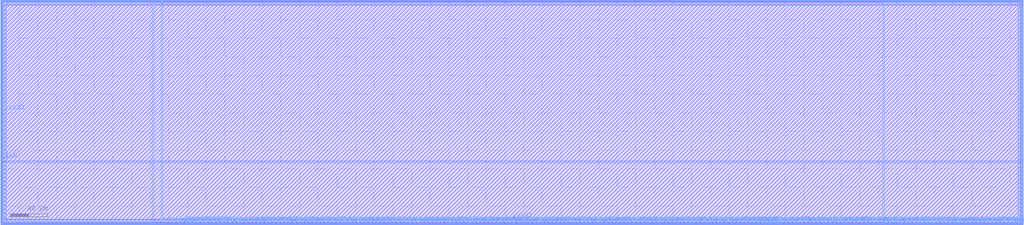
<source format=lef>
VERSION 5.4 ;
NAMESCASESENSITIVE ON ;
BUSBITCHARS "[]" ;
DIVIDERCHAR "/" ;

MACRO sky130_sram_1r1w0rw_156x32
   CLASS BLOCK ;
   SIZE 1094.88 BY 241.425 ;
   SYMMETRY X Y R90 ;
   PIN din0[0]
      DIRECTION INPUT ;
      PORT
         LAYER met4 ;
         RECT  172.26 0.0 172.64 0.38 ;
      END
   END din0[0]
   PIN din0[1]
      DIRECTION INPUT ;
      PORT
         LAYER met4 ;
         RECT  178.1 0.0 178.48 0.38 ;
      END
   END din0[1]
   PIN din0[2]
      DIRECTION INPUT ;
      PORT
         LAYER met4 ;
         RECT  183.94 0.0 184.32 0.38 ;
      END
   END din0[2]
   PIN din0[3]
      DIRECTION INPUT ;
      PORT
         LAYER met4 ;
         RECT  189.78 0.0 190.16 0.38 ;
      END
   END din0[3]
   PIN din0[4]
      DIRECTION INPUT ;
      PORT
         LAYER met4 ;
         RECT  195.62 0.0 196.0 0.38 ;
      END
   END din0[4]
   PIN din0[5]
      DIRECTION INPUT ;
      PORT
         LAYER met4 ;
         RECT  201.46 0.0 201.84 0.38 ;
      END
   END din0[5]
   PIN din0[6]
      DIRECTION INPUT ;
      PORT
         LAYER met4 ;
         RECT  207.3 0.0 207.68 0.38 ;
      END
   END din0[6]
   PIN din0[7]
      DIRECTION INPUT ;
      PORT
         LAYER met4 ;
         RECT  213.14 0.0 213.52 0.38 ;
      END
   END din0[7]
   PIN din0[8]
      DIRECTION INPUT ;
      PORT
         LAYER met4 ;
         RECT  218.98 0.0 219.36 0.38 ;
      END
   END din0[8]
   PIN din0[9]
      DIRECTION INPUT ;
      PORT
         LAYER met4 ;
         RECT  224.82 0.0 225.2 0.38 ;
      END
   END din0[9]
   PIN din0[10]
      DIRECTION INPUT ;
      PORT
         LAYER met4 ;
         RECT  230.66 0.0 231.04 0.38 ;
      END
   END din0[10]
   PIN din0[11]
      DIRECTION INPUT ;
      PORT
         LAYER met4 ;
         RECT  236.5 0.0 236.88 0.38 ;
      END
   END din0[11]
   PIN din0[12]
      DIRECTION INPUT ;
      PORT
         LAYER met4 ;
         RECT  242.34 0.0 242.72 0.38 ;
      END
   END din0[12]
   PIN din0[13]
      DIRECTION INPUT ;
      PORT
         LAYER met4 ;
         RECT  248.18 0.0 248.56 0.38 ;
      END
   END din0[13]
   PIN din0[14]
      DIRECTION INPUT ;
      PORT
         LAYER met4 ;
         RECT  254.02 0.0 254.4 0.38 ;
      END
   END din0[14]
   PIN din0[15]
      DIRECTION INPUT ;
      PORT
         LAYER met4 ;
         RECT  259.86 0.0 260.24 0.38 ;
      END
   END din0[15]
   PIN din0[16]
      DIRECTION INPUT ;
      PORT
         LAYER met4 ;
         RECT  265.7 0.0 266.08 0.38 ;
      END
   END din0[16]
   PIN din0[17]
      DIRECTION INPUT ;
      PORT
         LAYER met4 ;
         RECT  271.54 0.0 271.92 0.38 ;
      END
   END din0[17]
   PIN din0[18]
      DIRECTION INPUT ;
      PORT
         LAYER met4 ;
         RECT  277.38 0.0 277.76 0.38 ;
      END
   END din0[18]
   PIN din0[19]
      DIRECTION INPUT ;
      PORT
         LAYER met4 ;
         RECT  283.22 0.0 283.6 0.38 ;
      END
   END din0[19]
   PIN din0[20]
      DIRECTION INPUT ;
      PORT
         LAYER met4 ;
         RECT  289.06 0.0 289.44 0.38 ;
      END
   END din0[20]
   PIN din0[21]
      DIRECTION INPUT ;
      PORT
         LAYER met4 ;
         RECT  294.9 0.0 295.28 0.38 ;
      END
   END din0[21]
   PIN din0[22]
      DIRECTION INPUT ;
      PORT
         LAYER met4 ;
         RECT  300.74 0.0 301.12 0.38 ;
      END
   END din0[22]
   PIN din0[23]
      DIRECTION INPUT ;
      PORT
         LAYER met4 ;
         RECT  306.58 0.0 306.96 0.38 ;
      END
   END din0[23]
   PIN din0[24]
      DIRECTION INPUT ;
      PORT
         LAYER met4 ;
         RECT  312.42 0.0 312.8 0.38 ;
      END
   END din0[24]
   PIN din0[25]
      DIRECTION INPUT ;
      PORT
         LAYER met4 ;
         RECT  318.26 0.0 318.64 0.38 ;
      END
   END din0[25]
   PIN din0[26]
      DIRECTION INPUT ;
      PORT
         LAYER met4 ;
         RECT  324.1 0.0 324.48 0.38 ;
      END
   END din0[26]
   PIN din0[27]
      DIRECTION INPUT ;
      PORT
         LAYER met4 ;
         RECT  329.94 0.0 330.32 0.38 ;
      END
   END din0[27]
   PIN din0[28]
      DIRECTION INPUT ;
      PORT
         LAYER met4 ;
         RECT  335.78 0.0 336.16 0.38 ;
      END
   END din0[28]
   PIN din0[29]
      DIRECTION INPUT ;
      PORT
         LAYER met4 ;
         RECT  341.62 0.0 342.0 0.38 ;
      END
   END din0[29]
   PIN din0[30]
      DIRECTION INPUT ;
      PORT
         LAYER met4 ;
         RECT  347.46 0.0 347.84 0.38 ;
      END
   END din0[30]
   PIN din0[31]
      DIRECTION INPUT ;
      PORT
         LAYER met4 ;
         RECT  353.3 0.0 353.68 0.38 ;
      END
   END din0[31]
   PIN din0[32]
      DIRECTION INPUT ;
      PORT
         LAYER met4 ;
         RECT  359.14 0.0 359.52 0.38 ;
      END
   END din0[32]
   PIN din0[33]
      DIRECTION INPUT ;
      PORT
         LAYER met4 ;
         RECT  364.98 0.0 365.36 0.38 ;
      END
   END din0[33]
   PIN din0[34]
      DIRECTION INPUT ;
      PORT
         LAYER met4 ;
         RECT  370.82 0.0 371.2 0.38 ;
      END
   END din0[34]
   PIN din0[35]
      DIRECTION INPUT ;
      PORT
         LAYER met4 ;
         RECT  376.66 0.0 377.04 0.38 ;
      END
   END din0[35]
   PIN din0[36]
      DIRECTION INPUT ;
      PORT
         LAYER met4 ;
         RECT  382.5 0.0 382.88 0.38 ;
      END
   END din0[36]
   PIN din0[37]
      DIRECTION INPUT ;
      PORT
         LAYER met4 ;
         RECT  388.34 0.0 388.72 0.38 ;
      END
   END din0[37]
   PIN din0[38]
      DIRECTION INPUT ;
      PORT
         LAYER met4 ;
         RECT  394.18 0.0 394.56 0.38 ;
      END
   END din0[38]
   PIN din0[39]
      DIRECTION INPUT ;
      PORT
         LAYER met4 ;
         RECT  400.02 0.0 400.4 0.38 ;
      END
   END din0[39]
   PIN din0[40]
      DIRECTION INPUT ;
      PORT
         LAYER met4 ;
         RECT  405.86 0.0 406.24 0.38 ;
      END
   END din0[40]
   PIN din0[41]
      DIRECTION INPUT ;
      PORT
         LAYER met4 ;
         RECT  411.7 0.0 412.08 0.38 ;
      END
   END din0[41]
   PIN din0[42]
      DIRECTION INPUT ;
      PORT
         LAYER met4 ;
         RECT  417.54 0.0 417.92 0.38 ;
      END
   END din0[42]
   PIN din0[43]
      DIRECTION INPUT ;
      PORT
         LAYER met4 ;
         RECT  423.38 0.0 423.76 0.38 ;
      END
   END din0[43]
   PIN din0[44]
      DIRECTION INPUT ;
      PORT
         LAYER met4 ;
         RECT  429.22 0.0 429.6 0.38 ;
      END
   END din0[44]
   PIN din0[45]
      DIRECTION INPUT ;
      PORT
         LAYER met4 ;
         RECT  435.06 0.0 435.44 0.38 ;
      END
   END din0[45]
   PIN din0[46]
      DIRECTION INPUT ;
      PORT
         LAYER met4 ;
         RECT  440.9 0.0 441.28 0.38 ;
      END
   END din0[46]
   PIN din0[47]
      DIRECTION INPUT ;
      PORT
         LAYER met4 ;
         RECT  446.74 0.0 447.12 0.38 ;
      END
   END din0[47]
   PIN din0[48]
      DIRECTION INPUT ;
      PORT
         LAYER met4 ;
         RECT  452.58 0.0 452.96 0.38 ;
      END
   END din0[48]
   PIN din0[49]
      DIRECTION INPUT ;
      PORT
         LAYER met4 ;
         RECT  458.42 0.0 458.8 0.38 ;
      END
   END din0[49]
   PIN din0[50]
      DIRECTION INPUT ;
      PORT
         LAYER met4 ;
         RECT  464.26 0.0 464.64 0.38 ;
      END
   END din0[50]
   PIN din0[51]
      DIRECTION INPUT ;
      PORT
         LAYER met4 ;
         RECT  470.1 0.0 470.48 0.38 ;
      END
   END din0[51]
   PIN din0[52]
      DIRECTION INPUT ;
      PORT
         LAYER met4 ;
         RECT  475.94 0.0 476.32 0.38 ;
      END
   END din0[52]
   PIN din0[53]
      DIRECTION INPUT ;
      PORT
         LAYER met4 ;
         RECT  481.78 0.0 482.16 0.38 ;
      END
   END din0[53]
   PIN din0[54]
      DIRECTION INPUT ;
      PORT
         LAYER met4 ;
         RECT  487.62 0.0 488.0 0.38 ;
      END
   END din0[54]
   PIN din0[55]
      DIRECTION INPUT ;
      PORT
         LAYER met4 ;
         RECT  493.46 0.0 493.84 0.38 ;
      END
   END din0[55]
   PIN din0[56]
      DIRECTION INPUT ;
      PORT
         LAYER met4 ;
         RECT  499.3 0.0 499.68 0.38 ;
      END
   END din0[56]
   PIN din0[57]
      DIRECTION INPUT ;
      PORT
         LAYER met4 ;
         RECT  505.14 0.0 505.52 0.38 ;
      END
   END din0[57]
   PIN din0[58]
      DIRECTION INPUT ;
      PORT
         LAYER met4 ;
         RECT  510.98 0.0 511.36 0.38 ;
      END
   END din0[58]
   PIN din0[59]
      DIRECTION INPUT ;
      PORT
         LAYER met4 ;
         RECT  516.82 0.0 517.2 0.38 ;
      END
   END din0[59]
   PIN din0[60]
      DIRECTION INPUT ;
      PORT
         LAYER met4 ;
         RECT  522.66 0.0 523.04 0.38 ;
      END
   END din0[60]
   PIN din0[61]
      DIRECTION INPUT ;
      PORT
         LAYER met4 ;
         RECT  528.5 0.0 528.88 0.38 ;
      END
   END din0[61]
   PIN din0[62]
      DIRECTION INPUT ;
      PORT
         LAYER met4 ;
         RECT  534.34 0.0 534.72 0.38 ;
      END
   END din0[62]
   PIN din0[63]
      DIRECTION INPUT ;
      PORT
         LAYER met4 ;
         RECT  540.18 0.0 540.56 0.38 ;
      END
   END din0[63]
   PIN din0[64]
      DIRECTION INPUT ;
      PORT
         LAYER met4 ;
         RECT  546.02 0.0 546.4 0.38 ;
      END
   END din0[64]
   PIN din0[65]
      DIRECTION INPUT ;
      PORT
         LAYER met4 ;
         RECT  551.86 0.0 552.24 0.38 ;
      END
   END din0[65]
   PIN din0[66]
      DIRECTION INPUT ;
      PORT
         LAYER met4 ;
         RECT  557.7 0.0 558.08 0.38 ;
      END
   END din0[66]
   PIN din0[67]
      DIRECTION INPUT ;
      PORT
         LAYER met4 ;
         RECT  563.54 0.0 563.92 0.38 ;
      END
   END din0[67]
   PIN din0[68]
      DIRECTION INPUT ;
      PORT
         LAYER met4 ;
         RECT  569.38 0.0 569.76 0.38 ;
      END
   END din0[68]
   PIN din0[69]
      DIRECTION INPUT ;
      PORT
         LAYER met4 ;
         RECT  575.22 0.0 575.6 0.38 ;
      END
   END din0[69]
   PIN din0[70]
      DIRECTION INPUT ;
      PORT
         LAYER met4 ;
         RECT  581.06 0.0 581.44 0.38 ;
      END
   END din0[70]
   PIN din0[71]
      DIRECTION INPUT ;
      PORT
         LAYER met4 ;
         RECT  586.9 0.0 587.28 0.38 ;
      END
   END din0[71]
   PIN din0[72]
      DIRECTION INPUT ;
      PORT
         LAYER met4 ;
         RECT  592.74 0.0 593.12 0.38 ;
      END
   END din0[72]
   PIN din0[73]
      DIRECTION INPUT ;
      PORT
         LAYER met4 ;
         RECT  598.58 0.0 598.96 0.38 ;
      END
   END din0[73]
   PIN din0[74]
      DIRECTION INPUT ;
      PORT
         LAYER met4 ;
         RECT  604.42 0.0 604.8 0.38 ;
      END
   END din0[74]
   PIN din0[75]
      DIRECTION INPUT ;
      PORT
         LAYER met4 ;
         RECT  610.26 0.0 610.64 0.38 ;
      END
   END din0[75]
   PIN din0[76]
      DIRECTION INPUT ;
      PORT
         LAYER met4 ;
         RECT  616.1 0.0 616.48 0.38 ;
      END
   END din0[76]
   PIN din0[77]
      DIRECTION INPUT ;
      PORT
         LAYER met4 ;
         RECT  621.94 0.0 622.32 0.38 ;
      END
   END din0[77]
   PIN din0[78]
      DIRECTION INPUT ;
      PORT
         LAYER met4 ;
         RECT  627.78 0.0 628.16 0.38 ;
      END
   END din0[78]
   PIN din0[79]
      DIRECTION INPUT ;
      PORT
         LAYER met4 ;
         RECT  633.62 0.0 634.0 0.38 ;
      END
   END din0[79]
   PIN din0[80]
      DIRECTION INPUT ;
      PORT
         LAYER met4 ;
         RECT  639.46 0.0 639.84 0.38 ;
      END
   END din0[80]
   PIN din0[81]
      DIRECTION INPUT ;
      PORT
         LAYER met4 ;
         RECT  645.3 0.0 645.68 0.38 ;
      END
   END din0[81]
   PIN din0[82]
      DIRECTION INPUT ;
      PORT
         LAYER met4 ;
         RECT  651.14 0.0 651.52 0.38 ;
      END
   END din0[82]
   PIN din0[83]
      DIRECTION INPUT ;
      PORT
         LAYER met4 ;
         RECT  656.98 0.0 657.36 0.38 ;
      END
   END din0[83]
   PIN din0[84]
      DIRECTION INPUT ;
      PORT
         LAYER met4 ;
         RECT  662.82 0.0 663.2 0.38 ;
      END
   END din0[84]
   PIN din0[85]
      DIRECTION INPUT ;
      PORT
         LAYER met4 ;
         RECT  668.66 0.0 669.04 0.38 ;
      END
   END din0[85]
   PIN din0[86]
      DIRECTION INPUT ;
      PORT
         LAYER met4 ;
         RECT  674.5 0.0 674.88 0.38 ;
      END
   END din0[86]
   PIN din0[87]
      DIRECTION INPUT ;
      PORT
         LAYER met4 ;
         RECT  680.34 0.0 680.72 0.38 ;
      END
   END din0[87]
   PIN din0[88]
      DIRECTION INPUT ;
      PORT
         LAYER met4 ;
         RECT  686.18 0.0 686.56 0.38 ;
      END
   END din0[88]
   PIN din0[89]
      DIRECTION INPUT ;
      PORT
         LAYER met4 ;
         RECT  692.02 0.0 692.4 0.38 ;
      END
   END din0[89]
   PIN din0[90]
      DIRECTION INPUT ;
      PORT
         LAYER met4 ;
         RECT  697.86 0.0 698.24 0.38 ;
      END
   END din0[90]
   PIN din0[91]
      DIRECTION INPUT ;
      PORT
         LAYER met4 ;
         RECT  703.7 0.0 704.08 0.38 ;
      END
   END din0[91]
   PIN din0[92]
      DIRECTION INPUT ;
      PORT
         LAYER met4 ;
         RECT  709.54 0.0 709.92 0.38 ;
      END
   END din0[92]
   PIN din0[93]
      DIRECTION INPUT ;
      PORT
         LAYER met4 ;
         RECT  715.38 0.0 715.76 0.38 ;
      END
   END din0[93]
   PIN din0[94]
      DIRECTION INPUT ;
      PORT
         LAYER met4 ;
         RECT  721.22 0.0 721.6 0.38 ;
      END
   END din0[94]
   PIN din0[95]
      DIRECTION INPUT ;
      PORT
         LAYER met4 ;
         RECT  727.06 0.0 727.44 0.38 ;
      END
   END din0[95]
   PIN din0[96]
      DIRECTION INPUT ;
      PORT
         LAYER met4 ;
         RECT  732.9 0.0 733.28 0.38 ;
      END
   END din0[96]
   PIN din0[97]
      DIRECTION INPUT ;
      PORT
         LAYER met4 ;
         RECT  738.74 0.0 739.12 0.38 ;
      END
   END din0[97]
   PIN din0[98]
      DIRECTION INPUT ;
      PORT
         LAYER met4 ;
         RECT  744.58 0.0 744.96 0.38 ;
      END
   END din0[98]
   PIN din0[99]
      DIRECTION INPUT ;
      PORT
         LAYER met4 ;
         RECT  750.42 0.0 750.8 0.38 ;
      END
   END din0[99]
   PIN din0[100]
      DIRECTION INPUT ;
      PORT
         LAYER met4 ;
         RECT  756.26 0.0 756.64 0.38 ;
      END
   END din0[100]
   PIN din0[101]
      DIRECTION INPUT ;
      PORT
         LAYER met4 ;
         RECT  762.1 0.0 762.48 0.38 ;
      END
   END din0[101]
   PIN din0[102]
      DIRECTION INPUT ;
      PORT
         LAYER met4 ;
         RECT  767.94 0.0 768.32 0.38 ;
      END
   END din0[102]
   PIN din0[103]
      DIRECTION INPUT ;
      PORT
         LAYER met4 ;
         RECT  773.78 0.0 774.16 0.38 ;
      END
   END din0[103]
   PIN din0[104]
      DIRECTION INPUT ;
      PORT
         LAYER met4 ;
         RECT  779.62 0.0 780.0 0.38 ;
      END
   END din0[104]
   PIN din0[105]
      DIRECTION INPUT ;
      PORT
         LAYER met4 ;
         RECT  785.46 0.0 785.84 0.38 ;
      END
   END din0[105]
   PIN din0[106]
      DIRECTION INPUT ;
      PORT
         LAYER met4 ;
         RECT  791.3 0.0 791.68 0.38 ;
      END
   END din0[106]
   PIN din0[107]
      DIRECTION INPUT ;
      PORT
         LAYER met4 ;
         RECT  797.14 0.0 797.52 0.38 ;
      END
   END din0[107]
   PIN din0[108]
      DIRECTION INPUT ;
      PORT
         LAYER met4 ;
         RECT  802.98 0.0 803.36 0.38 ;
      END
   END din0[108]
   PIN din0[109]
      DIRECTION INPUT ;
      PORT
         LAYER met4 ;
         RECT  808.82 0.0 809.2 0.38 ;
      END
   END din0[109]
   PIN din0[110]
      DIRECTION INPUT ;
      PORT
         LAYER met4 ;
         RECT  814.66 0.0 815.04 0.38 ;
      END
   END din0[110]
   PIN din0[111]
      DIRECTION INPUT ;
      PORT
         LAYER met4 ;
         RECT  820.5 0.0 820.88 0.38 ;
      END
   END din0[111]
   PIN din0[112]
      DIRECTION INPUT ;
      PORT
         LAYER met4 ;
         RECT  826.34 0.0 826.72 0.38 ;
      END
   END din0[112]
   PIN din0[113]
      DIRECTION INPUT ;
      PORT
         LAYER met4 ;
         RECT  832.18 0.0 832.56 0.38 ;
      END
   END din0[113]
   PIN din0[114]
      DIRECTION INPUT ;
      PORT
         LAYER met4 ;
         RECT  838.02 0.0 838.4 0.38 ;
      END
   END din0[114]
   PIN din0[115]
      DIRECTION INPUT ;
      PORT
         LAYER met4 ;
         RECT  843.86 0.0 844.24 0.38 ;
      END
   END din0[115]
   PIN din0[116]
      DIRECTION INPUT ;
      PORT
         LAYER met4 ;
         RECT  849.7 0.0 850.08 0.38 ;
      END
   END din0[116]
   PIN din0[117]
      DIRECTION INPUT ;
      PORT
         LAYER met4 ;
         RECT  855.54 0.0 855.92 0.38 ;
      END
   END din0[117]
   PIN din0[118]
      DIRECTION INPUT ;
      PORT
         LAYER met4 ;
         RECT  861.38 0.0 861.76 0.38 ;
      END
   END din0[118]
   PIN din0[119]
      DIRECTION INPUT ;
      PORT
         LAYER met4 ;
         RECT  867.22 0.0 867.6 0.38 ;
      END
   END din0[119]
   PIN din0[120]
      DIRECTION INPUT ;
      PORT
         LAYER met4 ;
         RECT  873.06 0.0 873.44 0.38 ;
      END
   END din0[120]
   PIN din0[121]
      DIRECTION INPUT ;
      PORT
         LAYER met4 ;
         RECT  878.9 0.0 879.28 0.38 ;
      END
   END din0[121]
   PIN din0[122]
      DIRECTION INPUT ;
      PORT
         LAYER met4 ;
         RECT  884.74 0.0 885.12 0.38 ;
      END
   END din0[122]
   PIN din0[123]
      DIRECTION INPUT ;
      PORT
         LAYER met4 ;
         RECT  890.58 0.0 890.96 0.38 ;
      END
   END din0[123]
   PIN din0[124]
      DIRECTION INPUT ;
      PORT
         LAYER met4 ;
         RECT  896.42 0.0 896.8 0.38 ;
      END
   END din0[124]
   PIN din0[125]
      DIRECTION INPUT ;
      PORT
         LAYER met4 ;
         RECT  902.26 0.0 902.64 0.38 ;
      END
   END din0[125]
   PIN din0[126]
      DIRECTION INPUT ;
      PORT
         LAYER met4 ;
         RECT  908.1 0.0 908.48 0.38 ;
      END
   END din0[126]
   PIN din0[127]
      DIRECTION INPUT ;
      PORT
         LAYER met4 ;
         RECT  913.94 0.0 914.32 0.38 ;
      END
   END din0[127]
   PIN din0[128]
      DIRECTION INPUT ;
      PORT
         LAYER met4 ;
         RECT  919.78 0.0 920.16 0.38 ;
      END
   END din0[128]
   PIN din0[129]
      DIRECTION INPUT ;
      PORT
         LAYER met4 ;
         RECT  925.62 0.0 926.0 0.38 ;
      END
   END din0[129]
   PIN din0[130]
      DIRECTION INPUT ;
      PORT
         LAYER met4 ;
         RECT  931.46 0.0 931.84 0.38 ;
      END
   END din0[130]
   PIN din0[131]
      DIRECTION INPUT ;
      PORT
         LAYER met4 ;
         RECT  937.3 0.0 937.68 0.38 ;
      END
   END din0[131]
   PIN din0[132]
      DIRECTION INPUT ;
      PORT
         LAYER met4 ;
         RECT  943.14 0.0 943.52 0.38 ;
      END
   END din0[132]
   PIN din0[133]
      DIRECTION INPUT ;
      PORT
         LAYER met4 ;
         RECT  948.98 0.0 949.36 0.38 ;
      END
   END din0[133]
   PIN din0[134]
      DIRECTION INPUT ;
      PORT
         LAYER met4 ;
         RECT  954.82 0.0 955.2 0.38 ;
      END
   END din0[134]
   PIN din0[135]
      DIRECTION INPUT ;
      PORT
         LAYER met4 ;
         RECT  960.66 0.0 961.04 0.38 ;
      END
   END din0[135]
   PIN din0[136]
      DIRECTION INPUT ;
      PORT
         LAYER met4 ;
         RECT  966.5 0.0 966.88 0.38 ;
      END
   END din0[136]
   PIN din0[137]
      DIRECTION INPUT ;
      PORT
         LAYER met4 ;
         RECT  972.34 0.0 972.72 0.38 ;
      END
   END din0[137]
   PIN din0[138]
      DIRECTION INPUT ;
      PORT
         LAYER met4 ;
         RECT  978.18 0.0 978.56 0.38 ;
      END
   END din0[138]
   PIN din0[139]
      DIRECTION INPUT ;
      PORT
         LAYER met4 ;
         RECT  984.02 0.0 984.4 0.38 ;
      END
   END din0[139]
   PIN din0[140]
      DIRECTION INPUT ;
      PORT
         LAYER met4 ;
         RECT  989.86 0.0 990.24 0.38 ;
      END
   END din0[140]
   PIN din0[141]
      DIRECTION INPUT ;
      PORT
         LAYER met4 ;
         RECT  995.7 0.0 996.08 0.38 ;
      END
   END din0[141]
   PIN din0[142]
      DIRECTION INPUT ;
      PORT
         LAYER met4 ;
         RECT  1001.54 0.0 1001.92 0.38 ;
      END
   END din0[142]
   PIN din0[143]
      DIRECTION INPUT ;
      PORT
         LAYER met4 ;
         RECT  1007.38 0.0 1007.76 0.38 ;
      END
   END din0[143]
   PIN din0[144]
      DIRECTION INPUT ;
      PORT
         LAYER met4 ;
         RECT  1013.22 0.0 1013.6 0.38 ;
      END
   END din0[144]
   PIN din0[145]
      DIRECTION INPUT ;
      PORT
         LAYER met4 ;
         RECT  1019.06 0.0 1019.44 0.38 ;
      END
   END din0[145]
   PIN din0[146]
      DIRECTION INPUT ;
      PORT
         LAYER met4 ;
         RECT  1024.9 0.0 1025.28 0.38 ;
      END
   END din0[146]
   PIN din0[147]
      DIRECTION INPUT ;
      PORT
         LAYER met4 ;
         RECT  1030.74 0.0 1031.12 0.38 ;
      END
   END din0[147]
   PIN din0[148]
      DIRECTION INPUT ;
      PORT
         LAYER met4 ;
         RECT  1036.58 0.0 1036.96 0.38 ;
      END
   END din0[148]
   PIN din0[149]
      DIRECTION INPUT ;
      PORT
         LAYER met4 ;
         RECT  1042.42 0.0 1042.8 0.38 ;
      END
   END din0[149]
   PIN din0[150]
      DIRECTION INPUT ;
      PORT
         LAYER met4 ;
         RECT  1048.26 0.0 1048.64 0.38 ;
      END
   END din0[150]
   PIN din0[151]
      DIRECTION INPUT ;
      PORT
         LAYER met4 ;
         RECT  1054.1 0.0 1054.48 0.38 ;
      END
   END din0[151]
   PIN din0[152]
      DIRECTION INPUT ;
      PORT
         LAYER met4 ;
         RECT  1059.94 0.0 1060.32 0.38 ;
      END
   END din0[152]
   PIN din0[153]
      DIRECTION INPUT ;
      PORT
         LAYER met4 ;
         RECT  1065.78 0.0 1066.16 0.38 ;
      END
   END din0[153]
   PIN din0[154]
      DIRECTION INPUT ;
      PORT
         LAYER met4 ;
         RECT  1071.62 0.0 1072.0 0.38 ;
      END
   END din0[154]
   PIN din0[155]
      DIRECTION INPUT ;
      PORT
         LAYER met4 ;
         RECT  1077.46 0.0 1077.84 0.38 ;
      END
   END din0[155]
   PIN addr0[0]
      DIRECTION INPUT ;
      PORT
         LAYER met4 ;
         RECT  162.705 241.045 163.085 241.425 ;
      END
   END addr0[0]
   PIN addr0[1]
      DIRECTION INPUT ;
      PORT
         LAYER met4 ;
         RECT  159.04 241.045 159.42 241.425 ;
      END
   END addr0[1]
   PIN addr0[2]
      DIRECTION INPUT ;
      PORT
         LAYER met4 ;
         RECT  162.015 241.045 162.395 241.425 ;
      END
   END addr0[2]
   PIN addr0[3]
      DIRECTION INPUT ;
      PORT
         LAYER met4 ;
         RECT  161.325 241.045 161.705 241.425 ;
      END
   END addr0[3]
   PIN addr0[4]
      DIRECTION INPUT ;
      PORT
         LAYER met4 ;
         RECT  160.58 241.045 160.96 241.425 ;
      END
   END addr0[4]
   PIN addr1[0]
      DIRECTION INPUT ;
      PORT
         LAYER met4 ;
         RECT  795.335 0.0 795.715 0.38 ;
      END
   END addr1[0]
   PIN addr1[1]
      DIRECTION INPUT ;
      PORT
         LAYER met4 ;
         RECT  800.01 0.0 800.39 0.38 ;
      END
   END addr1[1]
   PIN addr1[2]
      DIRECTION INPUT ;
      PORT
         LAYER met4 ;
         RECT  799.32 0.0 799.7 0.38 ;
      END
   END addr1[2]
   PIN addr1[3]
      DIRECTION INPUT ;
      PORT
         LAYER met4 ;
         RECT  798.52 0.0 798.9 0.38 ;
      END
   END addr1[3]
   PIN addr1[4]
      DIRECTION INPUT ;
      PORT
         LAYER met4 ;
         RECT  797.83 0.0 798.21 0.38 ;
      END
   END addr1[4]
   PIN csb0
      DIRECTION INPUT ;
      PORT
         LAYER met3 ;
         RECT  0.0 67.315 0.38 67.695 ;
      END
   END csb0
   PIN csb1
      DIRECTION INPUT ;
      PORT
         LAYER met4 ;
         RECT  944.87 241.045 945.25 241.425 ;
      END
   END csb1
   PIN clk0
      DIRECTION INPUT ;
      PORT
         LAYER met3 ;
         RECT  0.0 69.075 0.38 69.455 ;
      END
   END clk0
   PIN clk1
      DIRECTION INPUT ;
      PORT
         LAYER met4 ;
         RECT  928.1 241.045 928.48 241.425 ;
      END
   END clk1
   PIN dout1[0]
      DIRECTION OUTPUT ;
      PORT
         LAYER met4 ;
         RECT  236.245 241.045 236.625 241.425 ;
      END
   END dout1[0]
   PIN dout1[1]
      DIRECTION OUTPUT ;
      PORT
         LAYER met4 ;
         RECT  241.215 241.045 241.595 241.425 ;
      END
   END dout1[1]
   PIN dout1[2]
      DIRECTION OUTPUT ;
      PORT
         LAYER met4 ;
         RECT  242.485 241.045 242.865 241.425 ;
      END
   END dout1[2]
   PIN dout1[3]
      DIRECTION OUTPUT ;
      PORT
         LAYER met4 ;
         RECT  247.455 241.045 247.835 241.425 ;
      END
   END dout1[3]
   PIN dout1[4]
      DIRECTION OUTPUT ;
      PORT
         LAYER met4 ;
         RECT  248.725 241.045 249.105 241.425 ;
      END
   END dout1[4]
   PIN dout1[5]
      DIRECTION OUTPUT ;
      PORT
         LAYER met4 ;
         RECT  253.695 241.045 254.075 241.425 ;
      END
   END dout1[5]
   PIN dout1[6]
      DIRECTION OUTPUT ;
      PORT
         LAYER met4 ;
         RECT  254.965 241.045 255.345 241.425 ;
      END
   END dout1[6]
   PIN dout1[7]
      DIRECTION OUTPUT ;
      PORT
         LAYER met4 ;
         RECT  259.935 241.045 260.315 241.425 ;
      END
   END dout1[7]
   PIN dout1[8]
      DIRECTION OUTPUT ;
      PORT
         LAYER met4 ;
         RECT  261.205 241.045 261.585 241.425 ;
      END
   END dout1[8]
   PIN dout1[9]
      DIRECTION OUTPUT ;
      PORT
         LAYER met4 ;
         RECT  266.175 241.045 266.555 241.425 ;
      END
   END dout1[9]
   PIN dout1[10]
      DIRECTION OUTPUT ;
      PORT
         LAYER met4 ;
         RECT  267.445 241.045 267.825 241.425 ;
      END
   END dout1[10]
   PIN dout1[11]
      DIRECTION OUTPUT ;
      PORT
         LAYER met4 ;
         RECT  272.415 241.045 272.795 241.425 ;
      END
   END dout1[11]
   PIN dout1[12]
      DIRECTION OUTPUT ;
      PORT
         LAYER met4 ;
         RECT  273.685 241.045 274.065 241.425 ;
      END
   END dout1[12]
   PIN dout1[13]
      DIRECTION OUTPUT ;
      PORT
         LAYER met4 ;
         RECT  278.655 241.045 279.035 241.425 ;
      END
   END dout1[13]
   PIN dout1[14]
      DIRECTION OUTPUT ;
      PORT
         LAYER met4 ;
         RECT  279.925 241.045 280.305 241.425 ;
      END
   END dout1[14]
   PIN dout1[15]
      DIRECTION OUTPUT ;
      PORT
         LAYER met4 ;
         RECT  284.895 241.045 285.275 241.425 ;
      END
   END dout1[15]
   PIN dout1[16]
      DIRECTION OUTPUT ;
      PORT
         LAYER met4 ;
         RECT  286.165 241.045 286.545 241.425 ;
      END
   END dout1[16]
   PIN dout1[17]
      DIRECTION OUTPUT ;
      PORT
         LAYER met4 ;
         RECT  291.135 241.045 291.515 241.425 ;
      END
   END dout1[17]
   PIN dout1[18]
      DIRECTION OUTPUT ;
      PORT
         LAYER met4 ;
         RECT  292.405 241.045 292.785 241.425 ;
      END
   END dout1[18]
   PIN dout1[19]
      DIRECTION OUTPUT ;
      PORT
         LAYER met4 ;
         RECT  297.375 241.045 297.755 241.425 ;
      END
   END dout1[19]
   PIN dout1[20]
      DIRECTION OUTPUT ;
      PORT
         LAYER met4 ;
         RECT  298.645 241.045 299.025 241.425 ;
      END
   END dout1[20]
   PIN dout1[21]
      DIRECTION OUTPUT ;
      PORT
         LAYER met4 ;
         RECT  303.615 241.045 303.995 241.425 ;
      END
   END dout1[21]
   PIN dout1[22]
      DIRECTION OUTPUT ;
      PORT
         LAYER met4 ;
         RECT  304.885 241.045 305.265 241.425 ;
      END
   END dout1[22]
   PIN dout1[23]
      DIRECTION OUTPUT ;
      PORT
         LAYER met4 ;
         RECT  309.855 241.045 310.235 241.425 ;
      END
   END dout1[23]
   PIN dout1[24]
      DIRECTION OUTPUT ;
      PORT
         LAYER met4 ;
         RECT  311.125 241.045 311.505 241.425 ;
      END
   END dout1[24]
   PIN dout1[25]
      DIRECTION OUTPUT ;
      PORT
         LAYER met4 ;
         RECT  316.095 241.045 316.475 241.425 ;
      END
   END dout1[25]
   PIN dout1[26]
      DIRECTION OUTPUT ;
      PORT
         LAYER met4 ;
         RECT  317.365 241.045 317.745 241.425 ;
      END
   END dout1[26]
   PIN dout1[27]
      DIRECTION OUTPUT ;
      PORT
         LAYER met4 ;
         RECT  322.335 241.045 322.715 241.425 ;
      END
   END dout1[27]
   PIN dout1[28]
      DIRECTION OUTPUT ;
      PORT
         LAYER met4 ;
         RECT  323.605 241.045 323.985 241.425 ;
      END
   END dout1[28]
   PIN dout1[29]
      DIRECTION OUTPUT ;
      PORT
         LAYER met4 ;
         RECT  328.575 241.045 328.955 241.425 ;
      END
   END dout1[29]
   PIN dout1[30]
      DIRECTION OUTPUT ;
      PORT
         LAYER met4 ;
         RECT  329.845 241.045 330.225 241.425 ;
      END
   END dout1[30]
   PIN dout1[31]
      DIRECTION OUTPUT ;
      PORT
         LAYER met4 ;
         RECT  334.815 241.045 335.195 241.425 ;
      END
   END dout1[31]
   PIN dout1[32]
      DIRECTION OUTPUT ;
      PORT
         LAYER met4 ;
         RECT  336.085 241.045 336.465 241.425 ;
      END
   END dout1[32]
   PIN dout1[33]
      DIRECTION OUTPUT ;
      PORT
         LAYER met4 ;
         RECT  341.055 241.045 341.435 241.425 ;
      END
   END dout1[33]
   PIN dout1[34]
      DIRECTION OUTPUT ;
      PORT
         LAYER met4 ;
         RECT  342.325 241.045 342.705 241.425 ;
      END
   END dout1[34]
   PIN dout1[35]
      DIRECTION OUTPUT ;
      PORT
         LAYER met4 ;
         RECT  347.295 241.045 347.675 241.425 ;
      END
   END dout1[35]
   PIN dout1[36]
      DIRECTION OUTPUT ;
      PORT
         LAYER met4 ;
         RECT  348.565 241.045 348.945 241.425 ;
      END
   END dout1[36]
   PIN dout1[37]
      DIRECTION OUTPUT ;
      PORT
         LAYER met4 ;
         RECT  353.535 241.045 353.915 241.425 ;
      END
   END dout1[37]
   PIN dout1[38]
      DIRECTION OUTPUT ;
      PORT
         LAYER met4 ;
         RECT  354.805 241.045 355.185 241.425 ;
      END
   END dout1[38]
   PIN dout1[39]
      DIRECTION OUTPUT ;
      PORT
         LAYER met4 ;
         RECT  359.775 241.045 360.155 241.425 ;
      END
   END dout1[39]
   PIN dout1[40]
      DIRECTION OUTPUT ;
      PORT
         LAYER met4 ;
         RECT  361.045 241.045 361.425 241.425 ;
      END
   END dout1[40]
   PIN dout1[41]
      DIRECTION OUTPUT ;
      PORT
         LAYER met4 ;
         RECT  366.015 241.045 366.395 241.425 ;
      END
   END dout1[41]
   PIN dout1[42]
      DIRECTION OUTPUT ;
      PORT
         LAYER met4 ;
         RECT  367.285 241.045 367.665 241.425 ;
      END
   END dout1[42]
   PIN dout1[43]
      DIRECTION OUTPUT ;
      PORT
         LAYER met4 ;
         RECT  372.255 241.045 372.635 241.425 ;
      END
   END dout1[43]
   PIN dout1[44]
      DIRECTION OUTPUT ;
      PORT
         LAYER met4 ;
         RECT  373.525 241.045 373.905 241.425 ;
      END
   END dout1[44]
   PIN dout1[45]
      DIRECTION OUTPUT ;
      PORT
         LAYER met4 ;
         RECT  378.495 241.045 378.875 241.425 ;
      END
   END dout1[45]
   PIN dout1[46]
      DIRECTION OUTPUT ;
      PORT
         LAYER met4 ;
         RECT  379.765 241.045 380.145 241.425 ;
      END
   END dout1[46]
   PIN dout1[47]
      DIRECTION OUTPUT ;
      PORT
         LAYER met4 ;
         RECT  384.735 241.045 385.115 241.425 ;
      END
   END dout1[47]
   PIN dout1[48]
      DIRECTION OUTPUT ;
      PORT
         LAYER met4 ;
         RECT  386.005 241.045 386.385 241.425 ;
      END
   END dout1[48]
   PIN dout1[49]
      DIRECTION OUTPUT ;
      PORT
         LAYER met4 ;
         RECT  390.975 241.045 391.355 241.425 ;
      END
   END dout1[49]
   PIN dout1[50]
      DIRECTION OUTPUT ;
      PORT
         LAYER met4 ;
         RECT  392.245 241.045 392.625 241.425 ;
      END
   END dout1[50]
   PIN dout1[51]
      DIRECTION OUTPUT ;
      PORT
         LAYER met4 ;
         RECT  397.215 241.045 397.595 241.425 ;
      END
   END dout1[51]
   PIN dout1[52]
      DIRECTION OUTPUT ;
      PORT
         LAYER met4 ;
         RECT  398.485 241.045 398.865 241.425 ;
      END
   END dout1[52]
   PIN dout1[53]
      DIRECTION OUTPUT ;
      PORT
         LAYER met4 ;
         RECT  403.455 241.045 403.835 241.425 ;
      END
   END dout1[53]
   PIN dout1[54]
      DIRECTION OUTPUT ;
      PORT
         LAYER met4 ;
         RECT  404.725 241.045 405.105 241.425 ;
      END
   END dout1[54]
   PIN dout1[55]
      DIRECTION OUTPUT ;
      PORT
         LAYER met4 ;
         RECT  409.695 241.045 410.075 241.425 ;
      END
   END dout1[55]
   PIN dout1[56]
      DIRECTION OUTPUT ;
      PORT
         LAYER met4 ;
         RECT  410.965 241.045 411.345 241.425 ;
      END
   END dout1[56]
   PIN dout1[57]
      DIRECTION OUTPUT ;
      PORT
         LAYER met4 ;
         RECT  415.935 241.045 416.315 241.425 ;
      END
   END dout1[57]
   PIN dout1[58]
      DIRECTION OUTPUT ;
      PORT
         LAYER met4 ;
         RECT  417.205 241.045 417.585 241.425 ;
      END
   END dout1[58]
   PIN dout1[59]
      DIRECTION OUTPUT ;
      PORT
         LAYER met4 ;
         RECT  422.175 241.045 422.555 241.425 ;
      END
   END dout1[59]
   PIN dout1[60]
      DIRECTION OUTPUT ;
      PORT
         LAYER met4 ;
         RECT  423.445 241.045 423.825 241.425 ;
      END
   END dout1[60]
   PIN dout1[61]
      DIRECTION OUTPUT ;
      PORT
         LAYER met4 ;
         RECT  428.415 241.045 428.795 241.425 ;
      END
   END dout1[61]
   PIN dout1[62]
      DIRECTION OUTPUT ;
      PORT
         LAYER met4 ;
         RECT  429.685 241.045 430.065 241.425 ;
      END
   END dout1[62]
   PIN dout1[63]
      DIRECTION OUTPUT ;
      PORT
         LAYER met4 ;
         RECT  434.655 241.045 435.035 241.425 ;
      END
   END dout1[63]
   PIN dout1[64]
      DIRECTION OUTPUT ;
      PORT
         LAYER met4 ;
         RECT  435.925 241.045 436.305 241.425 ;
      END
   END dout1[64]
   PIN dout1[65]
      DIRECTION OUTPUT ;
      PORT
         LAYER met4 ;
         RECT  440.895 241.045 441.275 241.425 ;
      END
   END dout1[65]
   PIN dout1[66]
      DIRECTION OUTPUT ;
      PORT
         LAYER met4 ;
         RECT  442.165 241.045 442.545 241.425 ;
      END
   END dout1[66]
   PIN dout1[67]
      DIRECTION OUTPUT ;
      PORT
         LAYER met4 ;
         RECT  447.135 241.045 447.515 241.425 ;
      END
   END dout1[67]
   PIN dout1[68]
      DIRECTION OUTPUT ;
      PORT
         LAYER met4 ;
         RECT  448.405 241.045 448.785 241.425 ;
      END
   END dout1[68]
   PIN dout1[69]
      DIRECTION OUTPUT ;
      PORT
         LAYER met4 ;
         RECT  453.375 241.045 453.755 241.425 ;
      END
   END dout1[69]
   PIN dout1[70]
      DIRECTION OUTPUT ;
      PORT
         LAYER met4 ;
         RECT  454.645 241.045 455.025 241.425 ;
      END
   END dout1[70]
   PIN dout1[71]
      DIRECTION OUTPUT ;
      PORT
         LAYER met4 ;
         RECT  459.615 241.045 459.995 241.425 ;
      END
   END dout1[71]
   PIN dout1[72]
      DIRECTION OUTPUT ;
      PORT
         LAYER met4 ;
         RECT  460.885 241.045 461.265 241.425 ;
      END
   END dout1[72]
   PIN dout1[73]
      DIRECTION OUTPUT ;
      PORT
         LAYER met4 ;
         RECT  465.855 241.045 466.235 241.425 ;
      END
   END dout1[73]
   PIN dout1[74]
      DIRECTION OUTPUT ;
      PORT
         LAYER met4 ;
         RECT  467.125 241.045 467.505 241.425 ;
      END
   END dout1[74]
   PIN dout1[75]
      DIRECTION OUTPUT ;
      PORT
         LAYER met4 ;
         RECT  472.095 241.045 472.475 241.425 ;
      END
   END dout1[75]
   PIN dout1[76]
      DIRECTION OUTPUT ;
      PORT
         LAYER met4 ;
         RECT  473.365 241.045 473.745 241.425 ;
      END
   END dout1[76]
   PIN dout1[77]
      DIRECTION OUTPUT ;
      PORT
         LAYER met4 ;
         RECT  478.335 241.045 478.715 241.425 ;
      END
   END dout1[77]
   PIN dout1[78]
      DIRECTION OUTPUT ;
      PORT
         LAYER met4 ;
         RECT  479.605 241.045 479.985 241.425 ;
      END
   END dout1[78]
   PIN dout1[79]
      DIRECTION OUTPUT ;
      PORT
         LAYER met4 ;
         RECT  484.575 241.045 484.955 241.425 ;
      END
   END dout1[79]
   PIN dout1[80]
      DIRECTION OUTPUT ;
      PORT
         LAYER met4 ;
         RECT  485.845 241.045 486.225 241.425 ;
      END
   END dout1[80]
   PIN dout1[81]
      DIRECTION OUTPUT ;
      PORT
         LAYER met4 ;
         RECT  490.815 241.045 491.195 241.425 ;
      END
   END dout1[81]
   PIN dout1[82]
      DIRECTION OUTPUT ;
      PORT
         LAYER met4 ;
         RECT  492.085 241.045 492.465 241.425 ;
      END
   END dout1[82]
   PIN dout1[83]
      DIRECTION OUTPUT ;
      PORT
         LAYER met4 ;
         RECT  497.055 241.045 497.435 241.425 ;
      END
   END dout1[83]
   PIN dout1[84]
      DIRECTION OUTPUT ;
      PORT
         LAYER met4 ;
         RECT  498.325 241.045 498.705 241.425 ;
      END
   END dout1[84]
   PIN dout1[85]
      DIRECTION OUTPUT ;
      PORT
         LAYER met4 ;
         RECT  503.295 241.045 503.675 241.425 ;
      END
   END dout1[85]
   PIN dout1[86]
      DIRECTION OUTPUT ;
      PORT
         LAYER met4 ;
         RECT  504.565 241.045 504.945 241.425 ;
      END
   END dout1[86]
   PIN dout1[87]
      DIRECTION OUTPUT ;
      PORT
         LAYER met4 ;
         RECT  509.535 241.045 509.915 241.425 ;
      END
   END dout1[87]
   PIN dout1[88]
      DIRECTION OUTPUT ;
      PORT
         LAYER met4 ;
         RECT  510.805 241.045 511.185 241.425 ;
      END
   END dout1[88]
   PIN dout1[89]
      DIRECTION OUTPUT ;
      PORT
         LAYER met4 ;
         RECT  515.775 241.045 516.155 241.425 ;
      END
   END dout1[89]
   PIN dout1[90]
      DIRECTION OUTPUT ;
      PORT
         LAYER met4 ;
         RECT  517.045 241.045 517.425 241.425 ;
      END
   END dout1[90]
   PIN dout1[91]
      DIRECTION OUTPUT ;
      PORT
         LAYER met4 ;
         RECT  522.015 241.045 522.395 241.425 ;
      END
   END dout1[91]
   PIN dout1[92]
      DIRECTION OUTPUT ;
      PORT
         LAYER met4 ;
         RECT  523.285 241.045 523.665 241.425 ;
      END
   END dout1[92]
   PIN dout1[93]
      DIRECTION OUTPUT ;
      PORT
         LAYER met4 ;
         RECT  528.255 241.045 528.635 241.425 ;
      END
   END dout1[93]
   PIN dout1[94]
      DIRECTION OUTPUT ;
      PORT
         LAYER met4 ;
         RECT  529.525 241.045 529.905 241.425 ;
      END
   END dout1[94]
   PIN dout1[95]
      DIRECTION OUTPUT ;
      PORT
         LAYER met4 ;
         RECT  534.495 241.045 534.875 241.425 ;
      END
   END dout1[95]
   PIN dout1[96]
      DIRECTION OUTPUT ;
      PORT
         LAYER met4 ;
         RECT  535.765 241.045 536.145 241.425 ;
      END
   END dout1[96]
   PIN dout1[97]
      DIRECTION OUTPUT ;
      PORT
         LAYER met4 ;
         RECT  540.735 241.045 541.115 241.425 ;
      END
   END dout1[97]
   PIN dout1[98]
      DIRECTION OUTPUT ;
      PORT
         LAYER met4 ;
         RECT  542.005 241.045 542.385 241.425 ;
      END
   END dout1[98]
   PIN dout1[99]
      DIRECTION OUTPUT ;
      PORT
         LAYER met4 ;
         RECT  546.975 241.045 547.355 241.425 ;
      END
   END dout1[99]
   PIN dout1[100]
      DIRECTION OUTPUT ;
      PORT
         LAYER met4 ;
         RECT  548.245 241.045 548.625 241.425 ;
      END
   END dout1[100]
   PIN dout1[101]
      DIRECTION OUTPUT ;
      PORT
         LAYER met4 ;
         RECT  553.215 241.045 553.595 241.425 ;
      END
   END dout1[101]
   PIN dout1[102]
      DIRECTION OUTPUT ;
      PORT
         LAYER met4 ;
         RECT  554.485 241.045 554.865 241.425 ;
      END
   END dout1[102]
   PIN dout1[103]
      DIRECTION OUTPUT ;
      PORT
         LAYER met4 ;
         RECT  559.455 241.045 559.835 241.425 ;
      END
   END dout1[103]
   PIN dout1[104]
      DIRECTION OUTPUT ;
      PORT
         LAYER met4 ;
         RECT  560.725 241.045 561.105 241.425 ;
      END
   END dout1[104]
   PIN dout1[105]
      DIRECTION OUTPUT ;
      PORT
         LAYER met4 ;
         RECT  565.695 241.045 566.075 241.425 ;
      END
   END dout1[105]
   PIN dout1[106]
      DIRECTION OUTPUT ;
      PORT
         LAYER met4 ;
         RECT  566.965 241.045 567.345 241.425 ;
      END
   END dout1[106]
   PIN dout1[107]
      DIRECTION OUTPUT ;
      PORT
         LAYER met4 ;
         RECT  571.935 241.045 572.315 241.425 ;
      END
   END dout1[107]
   PIN dout1[108]
      DIRECTION OUTPUT ;
      PORT
         LAYER met4 ;
         RECT  573.205 241.045 573.585 241.425 ;
      END
   END dout1[108]
   PIN dout1[109]
      DIRECTION OUTPUT ;
      PORT
         LAYER met4 ;
         RECT  578.175 241.045 578.555 241.425 ;
      END
   END dout1[109]
   PIN dout1[110]
      DIRECTION OUTPUT ;
      PORT
         LAYER met4 ;
         RECT  579.445 241.045 579.825 241.425 ;
      END
   END dout1[110]
   PIN dout1[111]
      DIRECTION OUTPUT ;
      PORT
         LAYER met4 ;
         RECT  584.415 241.045 584.795 241.425 ;
      END
   END dout1[111]
   PIN dout1[112]
      DIRECTION OUTPUT ;
      PORT
         LAYER met4 ;
         RECT  585.685 241.045 586.065 241.425 ;
      END
   END dout1[112]
   PIN dout1[113]
      DIRECTION OUTPUT ;
      PORT
         LAYER met4 ;
         RECT  590.655 241.045 591.035 241.425 ;
      END
   END dout1[113]
   PIN dout1[114]
      DIRECTION OUTPUT ;
      PORT
         LAYER met4 ;
         RECT  591.925 241.045 592.305 241.425 ;
      END
   END dout1[114]
   PIN dout1[115]
      DIRECTION OUTPUT ;
      PORT
         LAYER met4 ;
         RECT  596.895 241.045 597.275 241.425 ;
      END
   END dout1[115]
   PIN dout1[116]
      DIRECTION OUTPUT ;
      PORT
         LAYER met4 ;
         RECT  598.165 241.045 598.545 241.425 ;
      END
   END dout1[116]
   PIN dout1[117]
      DIRECTION OUTPUT ;
      PORT
         LAYER met4 ;
         RECT  603.135 241.045 603.515 241.425 ;
      END
   END dout1[117]
   PIN dout1[118]
      DIRECTION OUTPUT ;
      PORT
         LAYER met4 ;
         RECT  604.405 241.045 604.785 241.425 ;
      END
   END dout1[118]
   PIN dout1[119]
      DIRECTION OUTPUT ;
      PORT
         LAYER met4 ;
         RECT  609.375 241.045 609.755 241.425 ;
      END
   END dout1[119]
   PIN dout1[120]
      DIRECTION OUTPUT ;
      PORT
         LAYER met4 ;
         RECT  610.645 241.045 611.025 241.425 ;
      END
   END dout1[120]
   PIN dout1[121]
      DIRECTION OUTPUT ;
      PORT
         LAYER met4 ;
         RECT  615.615 241.045 615.995 241.425 ;
      END
   END dout1[121]
   PIN dout1[122]
      DIRECTION OUTPUT ;
      PORT
         LAYER met4 ;
         RECT  616.885 241.045 617.265 241.425 ;
      END
   END dout1[122]
   PIN dout1[123]
      DIRECTION OUTPUT ;
      PORT
         LAYER met4 ;
         RECT  621.855 241.045 622.235 241.425 ;
      END
   END dout1[123]
   PIN dout1[124]
      DIRECTION OUTPUT ;
      PORT
         LAYER met4 ;
         RECT  623.125 241.045 623.505 241.425 ;
      END
   END dout1[124]
   PIN dout1[125]
      DIRECTION OUTPUT ;
      PORT
         LAYER met4 ;
         RECT  628.095 241.045 628.475 241.425 ;
      END
   END dout1[125]
   PIN dout1[126]
      DIRECTION OUTPUT ;
      PORT
         LAYER met4 ;
         RECT  629.365 241.045 629.745 241.425 ;
      END
   END dout1[126]
   PIN dout1[127]
      DIRECTION OUTPUT ;
      PORT
         LAYER met4 ;
         RECT  634.335 241.045 634.715 241.425 ;
      END
   END dout1[127]
   PIN dout1[128]
      DIRECTION OUTPUT ;
      PORT
         LAYER met4 ;
         RECT  635.605 241.045 635.985 241.425 ;
      END
   END dout1[128]
   PIN dout1[129]
      DIRECTION OUTPUT ;
      PORT
         LAYER met4 ;
         RECT  640.575 241.045 640.955 241.425 ;
      END
   END dout1[129]
   PIN dout1[130]
      DIRECTION OUTPUT ;
      PORT
         LAYER met4 ;
         RECT  641.845 241.045 642.225 241.425 ;
      END
   END dout1[130]
   PIN dout1[131]
      DIRECTION OUTPUT ;
      PORT
         LAYER met4 ;
         RECT  646.815 241.045 647.195 241.425 ;
      END
   END dout1[131]
   PIN dout1[132]
      DIRECTION OUTPUT ;
      PORT
         LAYER met4 ;
         RECT  648.085 241.045 648.465 241.425 ;
      END
   END dout1[132]
   PIN dout1[133]
      DIRECTION OUTPUT ;
      PORT
         LAYER met4 ;
         RECT  653.055 241.045 653.435 241.425 ;
      END
   END dout1[133]
   PIN dout1[134]
      DIRECTION OUTPUT ;
      PORT
         LAYER met4 ;
         RECT  654.325 241.045 654.705 241.425 ;
      END
   END dout1[134]
   PIN dout1[135]
      DIRECTION OUTPUT ;
      PORT
         LAYER met4 ;
         RECT  659.295 241.045 659.675 241.425 ;
      END
   END dout1[135]
   PIN dout1[136]
      DIRECTION OUTPUT ;
      PORT
         LAYER met4 ;
         RECT  660.565 241.045 660.945 241.425 ;
      END
   END dout1[136]
   PIN dout1[137]
      DIRECTION OUTPUT ;
      PORT
         LAYER met4 ;
         RECT  665.535 241.045 665.915 241.425 ;
      END
   END dout1[137]
   PIN dout1[138]
      DIRECTION OUTPUT ;
      PORT
         LAYER met4 ;
         RECT  666.805 241.045 667.185 241.425 ;
      END
   END dout1[138]
   PIN dout1[139]
      DIRECTION OUTPUT ;
      PORT
         LAYER met4 ;
         RECT  671.775 241.045 672.155 241.425 ;
      END
   END dout1[139]
   PIN dout1[140]
      DIRECTION OUTPUT ;
      PORT
         LAYER met4 ;
         RECT  673.045 241.045 673.425 241.425 ;
      END
   END dout1[140]
   PIN dout1[141]
      DIRECTION OUTPUT ;
      PORT
         LAYER met4 ;
         RECT  678.015 241.045 678.395 241.425 ;
      END
   END dout1[141]
   PIN dout1[142]
      DIRECTION OUTPUT ;
      PORT
         LAYER met4 ;
         RECT  679.285 241.045 679.665 241.425 ;
      END
   END dout1[142]
   PIN dout1[143]
      DIRECTION OUTPUT ;
      PORT
         LAYER met4 ;
         RECT  684.255 241.045 684.635 241.425 ;
      END
   END dout1[143]
   PIN dout1[144]
      DIRECTION OUTPUT ;
      PORT
         LAYER met4 ;
         RECT  685.525 241.045 685.905 241.425 ;
      END
   END dout1[144]
   PIN dout1[145]
      DIRECTION OUTPUT ;
      PORT
         LAYER met4 ;
         RECT  690.495 241.045 690.875 241.425 ;
      END
   END dout1[145]
   PIN dout1[146]
      DIRECTION OUTPUT ;
      PORT
         LAYER met4 ;
         RECT  691.765 241.045 692.145 241.425 ;
      END
   END dout1[146]
   PIN dout1[147]
      DIRECTION OUTPUT ;
      PORT
         LAYER met4 ;
         RECT  696.735 241.045 697.115 241.425 ;
      END
   END dout1[147]
   PIN dout1[148]
      DIRECTION OUTPUT ;
      PORT
         LAYER met4 ;
         RECT  698.005 241.045 698.385 241.425 ;
      END
   END dout1[148]
   PIN dout1[149]
      DIRECTION OUTPUT ;
      PORT
         LAYER met4 ;
         RECT  702.975 241.045 703.355 241.425 ;
      END
   END dout1[149]
   PIN dout1[150]
      DIRECTION OUTPUT ;
      PORT
         LAYER met4 ;
         RECT  704.245 241.045 704.625 241.425 ;
      END
   END dout1[150]
   PIN dout1[151]
      DIRECTION OUTPUT ;
      PORT
         LAYER met4 ;
         RECT  709.215 241.045 709.595 241.425 ;
      END
   END dout1[151]
   PIN dout1[152]
      DIRECTION OUTPUT ;
      PORT
         LAYER met4 ;
         RECT  710.485 241.045 710.865 241.425 ;
      END
   END dout1[152]
   PIN dout1[153]
      DIRECTION OUTPUT ;
      PORT
         LAYER met4 ;
         RECT  715.455 241.045 715.835 241.425 ;
      END
   END dout1[153]
   PIN dout1[154]
      DIRECTION OUTPUT ;
      PORT
         LAYER met4 ;
         RECT  716.725 241.045 717.105 241.425 ;
      END
   END dout1[154]
   PIN dout1[155]
      DIRECTION OUTPUT ;
      PORT
         LAYER met4 ;
         RECT  721.695 241.045 722.075 241.425 ;
      END
   END dout1[155]
   PIN vccd1
      DIRECTION INOUT ;
      USE POWER ; 
      SHAPE ABUTMENT ; 
      PORT
         LAYER met3 ;
         RECT  0.0 239.685 1094.88 241.425 ;
         LAYER met4 ;
         RECT  0.0 0.0 1.74 241.425 ;
         LAYER met4 ;
         RECT  1093.14 0.0 1094.88 241.425 ;
         LAYER met3 ;
         RECT  0.0 0.0 1094.88 1.74 ;
      END
   END vccd1
   PIN vssd1
      DIRECTION INOUT ;
      USE GROUND ; 
      SHAPE ABUTMENT ; 
      PORT
         LAYER met4 ;
         RECT  1089.66 3.48 1091.4 237.945 ;
         LAYER met3 ;
         RECT  3.48 236.205 1091.4 237.945 ;
         LAYER met3 ;
         RECT  3.48 3.48 1091.4 5.22 ;
         LAYER met4 ;
         RECT  3.48 3.48 5.22 237.945 ;
      END
   END vssd1
   OBS
   LAYER  met1 ;
      RECT  0.62 0.62 1094.26 240.805 ;
   LAYER  met2 ;
      RECT  0.62 0.62 1094.26 240.805 ;
   LAYER  met3 ;
      RECT  0.98 66.715 1094.26 68.295 ;
      RECT  0.62 68.295 0.98 68.475 ;
      RECT  0.62 70.055 0.98 239.085 ;
      RECT  0.62 2.34 0.98 66.715 ;
      RECT  0.98 68.295 2.88 235.605 ;
      RECT  0.98 235.605 2.88 238.545 ;
      RECT  0.98 238.545 2.88 239.085 ;
      RECT  2.88 68.295 1092.0 235.605 ;
      RECT  2.88 238.545 1092.0 239.085 ;
      RECT  1092.0 68.295 1094.26 235.605 ;
      RECT  1092.0 235.605 1094.26 238.545 ;
      RECT  1092.0 238.545 1094.26 239.085 ;
      RECT  0.98 2.34 2.88 2.88 ;
      RECT  0.98 2.88 2.88 5.82 ;
      RECT  0.98 5.82 2.88 66.715 ;
      RECT  2.88 2.34 1092.0 2.88 ;
      RECT  2.88 5.82 1092.0 66.715 ;
      RECT  1092.0 2.34 1094.26 2.88 ;
      RECT  1092.0 2.88 1094.26 5.82 ;
      RECT  1092.0 5.82 1094.26 66.715 ;
   LAYER  met4 ;
      RECT  171.66 0.98 173.24 240.805 ;
      RECT  173.24 0.62 177.5 0.98 ;
      RECT  179.08 0.62 183.34 0.98 ;
      RECT  184.92 0.62 189.18 0.98 ;
      RECT  190.76 0.62 195.02 0.98 ;
      RECT  196.6 0.62 200.86 0.98 ;
      RECT  202.44 0.62 206.7 0.98 ;
      RECT  208.28 0.62 212.54 0.98 ;
      RECT  214.12 0.62 218.38 0.98 ;
      RECT  219.96 0.62 224.22 0.98 ;
      RECT  225.8 0.62 230.06 0.98 ;
      RECT  231.64 0.62 235.9 0.98 ;
      RECT  237.48 0.62 241.74 0.98 ;
      RECT  243.32 0.62 247.58 0.98 ;
      RECT  249.16 0.62 253.42 0.98 ;
      RECT  255.0 0.62 259.26 0.98 ;
      RECT  260.84 0.62 265.1 0.98 ;
      RECT  266.68 0.62 270.94 0.98 ;
      RECT  272.52 0.62 276.78 0.98 ;
      RECT  278.36 0.62 282.62 0.98 ;
      RECT  284.2 0.62 288.46 0.98 ;
      RECT  290.04 0.62 294.3 0.98 ;
      RECT  295.88 0.62 300.14 0.98 ;
      RECT  301.72 0.62 305.98 0.98 ;
      RECT  307.56 0.62 311.82 0.98 ;
      RECT  313.4 0.62 317.66 0.98 ;
      RECT  319.24 0.62 323.5 0.98 ;
      RECT  325.08 0.62 329.34 0.98 ;
      RECT  330.92 0.62 335.18 0.98 ;
      RECT  336.76 0.62 341.02 0.98 ;
      RECT  342.6 0.62 346.86 0.98 ;
      RECT  348.44 0.62 352.7 0.98 ;
      RECT  354.28 0.62 358.54 0.98 ;
      RECT  360.12 0.62 364.38 0.98 ;
      RECT  365.96 0.62 370.22 0.98 ;
      RECT  371.8 0.62 376.06 0.98 ;
      RECT  377.64 0.62 381.9 0.98 ;
      RECT  383.48 0.62 387.74 0.98 ;
      RECT  389.32 0.62 393.58 0.98 ;
      RECT  395.16 0.62 399.42 0.98 ;
      RECT  401.0 0.62 405.26 0.98 ;
      RECT  406.84 0.62 411.1 0.98 ;
      RECT  412.68 0.62 416.94 0.98 ;
      RECT  418.52 0.62 422.78 0.98 ;
      RECT  424.36 0.62 428.62 0.98 ;
      RECT  430.2 0.62 434.46 0.98 ;
      RECT  436.04 0.62 440.3 0.98 ;
      RECT  441.88 0.62 446.14 0.98 ;
      RECT  447.72 0.62 451.98 0.98 ;
      RECT  453.56 0.62 457.82 0.98 ;
      RECT  459.4 0.62 463.66 0.98 ;
      RECT  465.24 0.62 469.5 0.98 ;
      RECT  471.08 0.62 475.34 0.98 ;
      RECT  476.92 0.62 481.18 0.98 ;
      RECT  482.76 0.62 487.02 0.98 ;
      RECT  488.6 0.62 492.86 0.98 ;
      RECT  494.44 0.62 498.7 0.98 ;
      RECT  500.28 0.62 504.54 0.98 ;
      RECT  506.12 0.62 510.38 0.98 ;
      RECT  511.96 0.62 516.22 0.98 ;
      RECT  517.8 0.62 522.06 0.98 ;
      RECT  523.64 0.62 527.9 0.98 ;
      RECT  529.48 0.62 533.74 0.98 ;
      RECT  535.32 0.62 539.58 0.98 ;
      RECT  541.16 0.62 545.42 0.98 ;
      RECT  547.0 0.62 551.26 0.98 ;
      RECT  552.84 0.62 557.1 0.98 ;
      RECT  558.68 0.62 562.94 0.98 ;
      RECT  564.52 0.62 568.78 0.98 ;
      RECT  570.36 0.62 574.62 0.98 ;
      RECT  576.2 0.62 580.46 0.98 ;
      RECT  582.04 0.62 586.3 0.98 ;
      RECT  587.88 0.62 592.14 0.98 ;
      RECT  593.72 0.62 597.98 0.98 ;
      RECT  599.56 0.62 603.82 0.98 ;
      RECT  605.4 0.62 609.66 0.98 ;
      RECT  611.24 0.62 615.5 0.98 ;
      RECT  617.08 0.62 621.34 0.98 ;
      RECT  622.92 0.62 627.18 0.98 ;
      RECT  628.76 0.62 633.02 0.98 ;
      RECT  634.6 0.62 638.86 0.98 ;
      RECT  640.44 0.62 644.7 0.98 ;
      RECT  646.28 0.62 650.54 0.98 ;
      RECT  652.12 0.62 656.38 0.98 ;
      RECT  657.96 0.62 662.22 0.98 ;
      RECT  663.8 0.62 668.06 0.98 ;
      RECT  669.64 0.62 673.9 0.98 ;
      RECT  675.48 0.62 679.74 0.98 ;
      RECT  681.32 0.62 685.58 0.98 ;
      RECT  687.16 0.62 691.42 0.98 ;
      RECT  693.0 0.62 697.26 0.98 ;
      RECT  698.84 0.62 703.1 0.98 ;
      RECT  704.68 0.62 708.94 0.98 ;
      RECT  710.52 0.62 714.78 0.98 ;
      RECT  716.36 0.62 720.62 0.98 ;
      RECT  722.2 0.62 726.46 0.98 ;
      RECT  728.04 0.62 732.3 0.98 ;
      RECT  733.88 0.62 738.14 0.98 ;
      RECT  739.72 0.62 743.98 0.98 ;
      RECT  745.56 0.62 749.82 0.98 ;
      RECT  751.4 0.62 755.66 0.98 ;
      RECT  757.24 0.62 761.5 0.98 ;
      RECT  763.08 0.62 767.34 0.98 ;
      RECT  768.92 0.62 773.18 0.98 ;
      RECT  774.76 0.62 779.02 0.98 ;
      RECT  780.6 0.62 784.86 0.98 ;
      RECT  786.44 0.62 790.7 0.98 ;
      RECT  803.96 0.62 808.22 0.98 ;
      RECT  809.8 0.62 814.06 0.98 ;
      RECT  815.64 0.62 819.9 0.98 ;
      RECT  821.48 0.62 825.74 0.98 ;
      RECT  827.32 0.62 831.58 0.98 ;
      RECT  833.16 0.62 837.42 0.98 ;
      RECT  839.0 0.62 843.26 0.98 ;
      RECT  844.84 0.62 849.1 0.98 ;
      RECT  850.68 0.62 854.94 0.98 ;
      RECT  856.52 0.62 860.78 0.98 ;
      RECT  862.36 0.62 866.62 0.98 ;
      RECT  868.2 0.62 872.46 0.98 ;
      RECT  874.04 0.62 878.3 0.98 ;
      RECT  879.88 0.62 884.14 0.98 ;
      RECT  885.72 0.62 889.98 0.98 ;
      RECT  891.56 0.62 895.82 0.98 ;
      RECT  897.4 0.62 901.66 0.98 ;
      RECT  903.24 0.62 907.5 0.98 ;
      RECT  909.08 0.62 913.34 0.98 ;
      RECT  914.92 0.62 919.18 0.98 ;
      RECT  920.76 0.62 925.02 0.98 ;
      RECT  926.6 0.62 930.86 0.98 ;
      RECT  932.44 0.62 936.7 0.98 ;
      RECT  938.28 0.62 942.54 0.98 ;
      RECT  944.12 0.62 948.38 0.98 ;
      RECT  949.96 0.62 954.22 0.98 ;
      RECT  955.8 0.62 960.06 0.98 ;
      RECT  961.64 0.62 965.9 0.98 ;
      RECT  967.48 0.62 971.74 0.98 ;
      RECT  973.32 0.62 977.58 0.98 ;
      RECT  979.16 0.62 983.42 0.98 ;
      RECT  985.0 0.62 989.26 0.98 ;
      RECT  990.84 0.62 995.1 0.98 ;
      RECT  996.68 0.62 1000.94 0.98 ;
      RECT  1002.52 0.62 1006.78 0.98 ;
      RECT  1008.36 0.62 1012.62 0.98 ;
      RECT  1014.2 0.62 1018.46 0.98 ;
      RECT  1020.04 0.62 1024.3 0.98 ;
      RECT  1025.88 0.62 1030.14 0.98 ;
      RECT  1031.72 0.62 1035.98 0.98 ;
      RECT  1037.56 0.62 1041.82 0.98 ;
      RECT  1043.4 0.62 1047.66 0.98 ;
      RECT  1049.24 0.62 1053.5 0.98 ;
      RECT  1055.08 0.62 1059.34 0.98 ;
      RECT  1060.92 0.62 1065.18 0.98 ;
      RECT  1066.76 0.62 1071.02 0.98 ;
      RECT  1072.6 0.62 1076.86 0.98 ;
      RECT  162.105 0.98 163.685 240.445 ;
      RECT  163.685 0.98 171.66 240.445 ;
      RECT  163.685 240.445 171.66 240.805 ;
      RECT  792.28 0.62 794.735 0.98 ;
      RECT  796.315 0.62 796.54 0.98 ;
      RECT  800.99 0.62 802.38 0.98 ;
      RECT  173.24 0.98 944.27 240.445 ;
      RECT  944.27 0.98 945.85 240.445 ;
      RECT  929.08 240.445 944.27 240.805 ;
      RECT  173.24 240.445 235.645 240.805 ;
      RECT  237.225 240.445 240.615 240.805 ;
      RECT  243.465 240.445 246.855 240.805 ;
      RECT  249.705 240.445 253.095 240.805 ;
      RECT  255.945 240.445 259.335 240.805 ;
      RECT  262.185 240.445 265.575 240.805 ;
      RECT  268.425 240.445 271.815 240.805 ;
      RECT  274.665 240.445 278.055 240.805 ;
      RECT  280.905 240.445 284.295 240.805 ;
      RECT  287.145 240.445 290.535 240.805 ;
      RECT  293.385 240.445 296.775 240.805 ;
      RECT  299.625 240.445 303.015 240.805 ;
      RECT  305.865 240.445 309.255 240.805 ;
      RECT  312.105 240.445 315.495 240.805 ;
      RECT  318.345 240.445 321.735 240.805 ;
      RECT  324.585 240.445 327.975 240.805 ;
      RECT  330.825 240.445 334.215 240.805 ;
      RECT  337.065 240.445 340.455 240.805 ;
      RECT  343.305 240.445 346.695 240.805 ;
      RECT  349.545 240.445 352.935 240.805 ;
      RECT  355.785 240.445 359.175 240.805 ;
      RECT  362.025 240.445 365.415 240.805 ;
      RECT  368.265 240.445 371.655 240.805 ;
      RECT  374.505 240.445 377.895 240.805 ;
      RECT  380.745 240.445 384.135 240.805 ;
      RECT  386.985 240.445 390.375 240.805 ;
      RECT  393.225 240.445 396.615 240.805 ;
      RECT  399.465 240.445 402.855 240.805 ;
      RECT  405.705 240.445 409.095 240.805 ;
      RECT  411.945 240.445 415.335 240.805 ;
      RECT  418.185 240.445 421.575 240.805 ;
      RECT  424.425 240.445 427.815 240.805 ;
      RECT  430.665 240.445 434.055 240.805 ;
      RECT  436.905 240.445 440.295 240.805 ;
      RECT  443.145 240.445 446.535 240.805 ;
      RECT  449.385 240.445 452.775 240.805 ;
      RECT  455.625 240.445 459.015 240.805 ;
      RECT  461.865 240.445 465.255 240.805 ;
      RECT  468.105 240.445 471.495 240.805 ;
      RECT  474.345 240.445 477.735 240.805 ;
      RECT  480.585 240.445 483.975 240.805 ;
      RECT  486.825 240.445 490.215 240.805 ;
      RECT  493.065 240.445 496.455 240.805 ;
      RECT  499.305 240.445 502.695 240.805 ;
      RECT  505.545 240.445 508.935 240.805 ;
      RECT  511.785 240.445 515.175 240.805 ;
      RECT  518.025 240.445 521.415 240.805 ;
      RECT  524.265 240.445 527.655 240.805 ;
      RECT  530.505 240.445 533.895 240.805 ;
      RECT  536.745 240.445 540.135 240.805 ;
      RECT  542.985 240.445 546.375 240.805 ;
      RECT  549.225 240.445 552.615 240.805 ;
      RECT  555.465 240.445 558.855 240.805 ;
      RECT  561.705 240.445 565.095 240.805 ;
      RECT  567.945 240.445 571.335 240.805 ;
      RECT  574.185 240.445 577.575 240.805 ;
      RECT  580.425 240.445 583.815 240.805 ;
      RECT  586.665 240.445 590.055 240.805 ;
      RECT  592.905 240.445 596.295 240.805 ;
      RECT  599.145 240.445 602.535 240.805 ;
      RECT  605.385 240.445 608.775 240.805 ;
      RECT  611.625 240.445 615.015 240.805 ;
      RECT  617.865 240.445 621.255 240.805 ;
      RECT  624.105 240.445 627.495 240.805 ;
      RECT  630.345 240.445 633.735 240.805 ;
      RECT  636.585 240.445 639.975 240.805 ;
      RECT  642.825 240.445 646.215 240.805 ;
      RECT  649.065 240.445 652.455 240.805 ;
      RECT  655.305 240.445 658.695 240.805 ;
      RECT  661.545 240.445 664.935 240.805 ;
      RECT  667.785 240.445 671.175 240.805 ;
      RECT  674.025 240.445 677.415 240.805 ;
      RECT  680.265 240.445 683.655 240.805 ;
      RECT  686.505 240.445 689.895 240.805 ;
      RECT  692.745 240.445 696.135 240.805 ;
      RECT  698.985 240.445 702.375 240.805 ;
      RECT  705.225 240.445 708.615 240.805 ;
      RECT  711.465 240.445 714.855 240.805 ;
      RECT  717.705 240.445 721.095 240.805 ;
      RECT  722.675 240.445 927.5 240.805 ;
      RECT  2.34 0.62 171.66 0.98 ;
      RECT  2.34 240.445 158.44 240.805 ;
      RECT  1078.44 0.62 1092.54 0.98 ;
      RECT  945.85 240.445 1092.54 240.805 ;
      RECT  945.85 0.98 1089.06 2.88 ;
      RECT  945.85 2.88 1089.06 238.545 ;
      RECT  945.85 238.545 1089.06 240.445 ;
      RECT  1089.06 0.98 1092.0 2.88 ;
      RECT  1089.06 238.545 1092.0 240.445 ;
      RECT  1092.0 0.98 1092.54 2.88 ;
      RECT  1092.0 2.88 1092.54 238.545 ;
      RECT  1092.0 238.545 1092.54 240.445 ;
      RECT  2.34 0.98 2.88 2.88 ;
      RECT  2.34 2.88 2.88 238.545 ;
      RECT  2.34 238.545 2.88 240.445 ;
      RECT  2.88 0.98 5.82 2.88 ;
      RECT  2.88 238.545 5.82 240.445 ;
      RECT  5.82 0.98 162.105 2.88 ;
      RECT  5.82 2.88 162.105 238.545 ;
      RECT  5.82 238.545 162.105 240.445 ;
   END
END    sky130_sram_1r1w0rw_156x32
END    LIBRARY

</source>
